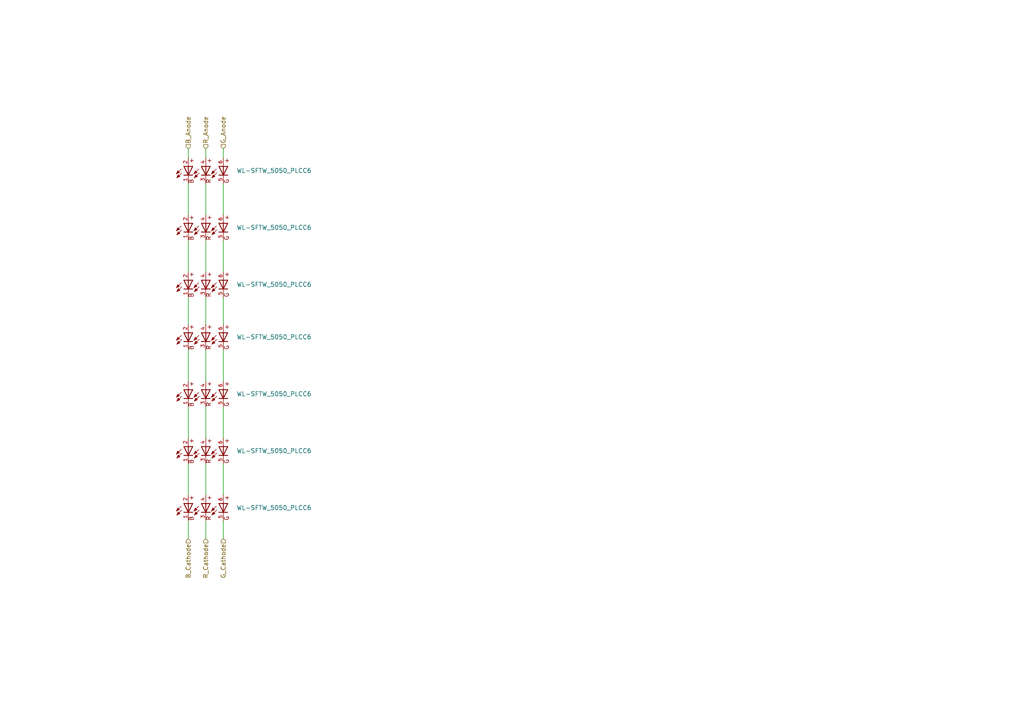
<source format=kicad_sch>
(kicad_sch (version 20250114) (generator "eeschema") (generator_version "9.0")
  (paper "A4")
  (lib_symbols
    (symbol "WL-SFTW_5050_PLCC6:WL-SFTW_5050_PLCC6" (pin_names (offset 1.016))
      (property "Reference" "D" (at 1.012 9.322 0))
      (property "Value" "WL-SFTW_5050_PLCC6" (at -1.216 -8.392 0))
      (symbol "WL-SFTW_5050_PLCC6_0_0"
        (polyline (pts (xy -0.762 8.382) (xy 0.127 8.001) (xy -0.381 7.493) (xy -0.762 8.382)) (stroke (width 0.1524)) (fill (type outline)))
        (polyline (pts (xy -0.762 3.302) (xy 0.127 2.921) (xy -0.381 2.413) (xy -0.762 3.302)) (stroke (width 0.1524)) (fill (type outline)))
        (polyline (pts (xy -0.762 -1.778) (xy 0.127 -2.159) (xy -0.381 -2.667) (xy -0.762 -1.778)) (stroke (width 0.1524)) (fill (type outline)))
        (polyline (pts (xy 0 5.08) (xy 0 6.35)) (stroke (width 0.254)))
        (polyline (pts (xy 0 5.08) (xy 2.54 6.35)) (stroke (width 0.254)))
        (polyline (pts (xy 0 3.81) (xy 0 5.08)) (stroke (width 0.254)))
        (polyline (pts (xy 0 0) (xy 0 1.27)) (stroke (width 0.254)))
        (polyline (pts (xy 0 0) (xy 2.54 1.27)) (stroke (width 0.254)))
        (polyline (pts (xy 0 -1.27) (xy 0 0)) (stroke (width 0.254)))
        (polyline (pts (xy 0 -5.08) (xy 0 -3.81)) (stroke (width 0.254)))
        (polyline (pts (xy 0 -5.08) (xy 2.54 -3.81)) (stroke (width 0.254)))
        (polyline (pts (xy 0 -6.35) (xy 0 -5.08)) (stroke (width 0.254)))
        (polyline (pts (xy 0.381 8.509) (xy 1.27 8.128) (xy 0.762 7.62) (xy 0.381 8.509)) (stroke (width 0.1524)) (fill (type outline)))
        (polyline (pts (xy 0.381 3.429) (xy 1.27 3.048) (xy 0.762 2.54) (xy 0.381 3.429)) (stroke (width 0.1524)) (fill (type outline)))
        (polyline (pts (xy 0.381 -1.651) (xy 1.27 -2.032) (xy 0.762 -2.54) (xy 0.381 -1.651)) (stroke (width 0.1524)) (fill (type outline)))
        (polyline (pts (xy 0.635 6.985) (xy -0.762 8.382)) (stroke (width 0.1524)))
        (polyline (pts (xy 0.635 1.905) (xy -0.762 3.302)) (stroke (width 0.1524)))
        (polyline (pts (xy 0.635 -3.175) (xy -0.762 -1.778)) (stroke (width 0.1524)))
        (polyline (pts (xy 1.778 7.112) (xy 0.381 8.509)) (stroke (width 0.1524)))
        (polyline (pts (xy 1.778 2.032) (xy 0.381 3.429)) (stroke (width 0.1524)))
        (polyline (pts (xy 1.778 -3.048) (xy 0.381 -1.651)) (stroke (width 0.1524)))
        (polyline (pts (xy 2.54 5.08) (xy 0 5.08)) (stroke (width 0.254)))
        (polyline (pts (xy 2.54 5.08) (xy 2.54 6.35)) (stroke (width 0.254)))
        (polyline (pts (xy 2.54 3.81) (xy 0 5.08)) (stroke (width 0.254)))
        (polyline (pts (xy 2.54 3.81) (xy 2.54 5.08)) (stroke (width 0.254)))
        (polyline (pts (xy 2.54 0) (xy 0 0)) (stroke (width 0.254)))
        (polyline (pts (xy 2.54 0) (xy 2.54 1.27)) (stroke (width 0.254)))
        (polyline (pts (xy 2.54 -1.27) (xy 0 0)) (stroke (width 0.254)))
        (polyline (pts (xy 2.54 -1.27) (xy 2.54 0)) (stroke (width 0.254)))
        (polyline (pts (xy 2.54 -5.08) (xy 0 -5.08)) (stroke (width 0.254)))
        (polyline (pts (xy 2.54 -5.08) (xy 2.54 -3.81)) (stroke (width 0.254)))
        (polyline (pts (xy 2.54 -6.35) (xy 0 -5.08)) (stroke (width 0.254)))
        (polyline (pts (xy 2.54 -6.35) (xy 2.54 -5.08)) (stroke (width 0.254)))
        (text "B" (at -2.51 3.472 0) (effects (font (size 1.27 1.27)) (justify left bottom)))
        (text "R" (at -2.45 -1.598 0) (effects (font (size 1.27 1.27)) (justify left bottom)))
        (text "G" (at -2.45 -6.768 0) (effects (font (size 1.27 1.27)) (justify left bottom)))
        (text "+" (at 3.334 3.434 0) (effects (font (size 1.27 1.27)) (justify left bottom)))
        (text "+" (at 3.334 -1.726 0) (effects (font (size 1.27 1.27)) (justify left bottom)))
        (text "+" (at 3.334 -6.826 0) (effects (font (size 1.27 1.27)) (justify left bottom)))
        (pin passive line (at -2.54 5.08 0) (length 2.54) (name "~") (number "1"))
        (pin passive line (at -2.54 0 0) (length 2.54) (name "~") (number "3"))
        (pin passive line (at -2.54 -5.08 0) (length 2.54) (name "~") (number "5"))
        (pin passive line (at 5.08 5.08 180) (length 2.54) (name "~") (number "2"))
        (pin passive line (at 5.08 0 180) (length 2.54) (name "~") (number "4"))
        (pin passive line (at 5.08 -5.08 180) (length 2.54) (name "~") (number "6"))
      )
    )
  )
  (wire (pts (xy 64.77 156.21) (xy 64.77 151.13)))
  (wire (pts (xy 59.69 86.36) (xy 59.69 93.98)))
  (wire (pts (xy 64.77 101.6) (xy 64.77 110.49)))
  (wire (pts (xy 54.61 53.34) (xy 54.61 62.23)))
  (wire (pts (xy 64.77 53.34) (xy 64.77 62.23)))
  (wire (pts (xy 64.77 69.85) (xy 64.77 78.74)))
  (wire (pts (xy 64.77 118.11) (xy 64.77 127)))
  (wire (pts (xy 64.77 134.62) (xy 64.77 143.51)))
  (wire (pts (xy 54.61 134.62) (xy 54.61 143.51)))
  (wire (pts (xy 54.61 118.11) (xy 54.61 127)))
  (wire (pts (xy 59.69 101.6) (xy 59.69 110.49)))
  (wire (pts (xy 64.77 86.36) (xy 64.77 93.98)))
  (wire (pts (xy 59.69 134.62) (xy 59.69 143.51)))
  (wire (pts (xy 59.69 69.85) (xy 59.69 78.74)))
  (wire (pts (xy 54.61 86.36) (xy 54.61 93.98)))
  (wire (pts (xy 54.61 69.85) (xy 54.61 78.74)))
  (wire (pts (xy 54.61 156.21) (xy 54.61 151.13)))
  (wire (pts (xy 59.69 156.21) (xy 59.69 151.13)))
  (wire (pts (xy 59.69 118.11) (xy 59.69 127)))
  (wire (pts (xy 54.61 43.18) (xy 54.61 45.72)))
  (wire (pts (xy 64.77 43.18) (xy 64.77 45.72)))
  (wire (pts (xy 54.61 101.6) (xy 54.61 110.49)))
  (wire (pts (xy 59.69 53.34) (xy 59.69 62.23)))
  (wire (pts (xy 59.69 43.18) (xy 59.69 45.72)))
  (hierarchical_label "G_Anode" (shape input) (at 64.77 43.18 90))
  (hierarchical_label "R_Cathode" (shape input) (at 59.69 156.21 270))
  (hierarchical_label "G_Cathode" (shape input) (at 64.77 156.21 270))
  (hierarchical_label "B_Anode" (shape input) (at 54.61 43.18 90))
  (hierarchical_label "R_Anode" (shape input) (at 59.69 43.18 90))
  (hierarchical_label "B_Cathode" (shape input) (at 54.61 156.21 270))
  (symbol (lib_id "WL-SFTW_5050_PLCC6:WL-SFTW_5050_PLCC6") (at 59.69 148.59 90) (unit 1)
    (property "Reference" "D7" (effects (hide yes)))
    (property "Value" "WL-SFTW_5050_PLCC6" (at 68.58 147.2805 90) (effects (justify right)))
    (property "Footprint" "WL-SFTW_5050_PLCC6:WL-SFTW_5050_PLCC6" (effects (hide yes)))
    (property "MF" "Würth Elektronik" (effects (hide yes)))
    (property "Description_1" "Red, Green, Blue (RGB) 625nm Red, 520nm Green, 470nm Blue LED Indication - Discrete 2V Red, 3.2V Green, 3.2V Blue 6-SMD, J-Lead" (effects (hide yes)))
    (property "Package" "SMD-6 Würth Elektronik" (effects (hide yes)))
    (property "Price" "None" (effects (hide yes)))
    (property "SnapEDA_Link" "https://www.snapeda.com/parts/150505M173300/W%25C3%25BCrth+Elektronik+Midcom/view-part/?ref=snap" (effects (hide yes)))
    (property "MP" "150505M173300" (effects (hide yes)))
    (property "Availability" "In Stock" (effects (hide yes)))
    (property "Check_prices" "https://www.snapeda.com/parts/150505M173300/W%25C3%25BCrth+Elektronik+Midcom/view-part/?ref=eda" (effects (hide yes)))
    (instances (project "Projet_elec" (path "" (reference "D35") (unit 1)) (path "" (reference "D7") (unit 1)) (path "" (reference "D14") (unit 1)) (path "" (reference "D42") (unit 1)) (path "" (reference "D28") (unit 1)) (path "" (reference "D21") (unit 1)) (path "" (reference "D49") (unit 1)) (path "" (reference "D84") (unit 1)) (path "" (reference "D70") (unit 1)) (path "" (reference "D77") (unit 1)) (path "" (reference "D56") (unit 1)) (path "" (reference "D91") (unit 1)) (path "" (reference "D98") (unit 1)) (path "" (reference "D63") (unit 1))))
  )
  (symbol (lib_id "WL-SFTW_5050_PLCC6:WL-SFTW_5050_PLCC6") (at 59.69 115.57 90) (unit 1)
    (property "Reference" "D5" (effects (hide yes)))
    (property "Value" "WL-SFTW_5050_PLCC6" (at 68.58 114.2605 90) (effects (justify right)))
    (property "Footprint" "WL-SFTW_5050_PLCC6:WL-SFTW_5050_PLCC6" (effects (hide yes)))
    (property "MF" "Würth Elektronik" (effects (hide yes)))
    (property "Description_1" "Red, Green, Blue (RGB) 625nm Red, 520nm Green, 470nm Blue LED Indication - Discrete 2V Red, 3.2V Green, 3.2V Blue 6-SMD, J-Lead" (effects (hide yes)))
    (property "Package" "SMD-6 Würth Elektronik" (effects (hide yes)))
    (property "Price" "None" (effects (hide yes)))
    (property "SnapEDA_Link" "https://www.snapeda.com/parts/150505M173300/W%25C3%25BCrth+Elektronik+Midcom/view-part/?ref=snap" (effects (hide yes)))
    (property "MP" "150505M173300" (effects (hide yes)))
    (property "Availability" "In Stock" (effects (hide yes)))
    (property "Check_prices" "https://www.snapeda.com/parts/150505M173300/W%25C3%25BCrth+Elektronik+Midcom/view-part/?ref=eda" (effects (hide yes)))
    (instances (project "Projet_elec" (path "" (reference "D33") (unit 1)) (path "" (reference "D5") (unit 1)) (path "" (reference "D12") (unit 1)) (path "" (reference "D40") (unit 1)) (path "" (reference "D26") (unit 1)) (path "" (reference "D19") (unit 1)) (path "" (reference "D47") (unit 1)) (path "" (reference "D82") (unit 1)) (path "" (reference "D68") (unit 1)) (path "" (reference "D75") (unit 1)) (path "" (reference "D54") (unit 1)) (path "" (reference "D89") (unit 1)) (path "" (reference "D96") (unit 1)) (path "" (reference "D61") (unit 1))))
  )
  (symbol (lib_id "WL-SFTW_5050_PLCC6:WL-SFTW_5050_PLCC6") (at 59.69 67.31 90) (unit 1)
    (property "Reference" "D2" (effects (hide yes)))
    (property "Value" "WL-SFTW_5050_PLCC6" (at 68.58 66.0005 90) (effects (justify right)))
    (property "Footprint" "WL-SFTW_5050_PLCC6:WL-SFTW_5050_PLCC6" (effects (hide yes)))
    (property "MF" "Würth Elektronik" (effects (hide yes)))
    (property "Description_1" "Red, Green, Blue (RGB) 625nm Red, 520nm Green, 470nm Blue LED Indication - Discrete 2V Red, 3.2V Green, 3.2V Blue 6-SMD, J-Lead" (effects (hide yes)))
    (property "Package" "SMD-6 Würth Elektronik" (effects (hide yes)))
    (property "Price" "None" (effects (hide yes)))
    (property "SnapEDA_Link" "https://www.snapeda.com/parts/150505M173300/W%25C3%25BCrth+Elektronik+Midcom/view-part/?ref=snap" (effects (hide yes)))
    (property "MP" "150505M173300" (effects (hide yes)))
    (property "Availability" "In Stock" (effects (hide yes)))
    (property "Check_prices" "https://www.snapeda.com/parts/150505M173300/W%25C3%25BCrth+Elektronik+Midcom/view-part/?ref=eda" (effects (hide yes)))
    (instances (project "Projet_elec" (path "" (reference "D30") (unit 1)) (path "" (reference "D2") (unit 1)) (path "" (reference "D9") (unit 1)) (path "" (reference "D37") (unit 1)) (path "" (reference "D23") (unit 1)) (path "" (reference "D16") (unit 1)) (path "" (reference "D44") (unit 1)) (path "" (reference "D79") (unit 1)) (path "" (reference "D65") (unit 1)) (path "" (reference "D72") (unit 1)) (path "" (reference "D51") (unit 1)) (path "" (reference "D86") (unit 1)) (path "" (reference "D93") (unit 1)) (path "" (reference "D58") (unit 1))))
  )
  (symbol (lib_id "WL-SFTW_5050_PLCC6:WL-SFTW_5050_PLCC6") (at 59.69 83.82 90) (unit 1)
    (property "Reference" "D3" (effects (hide yes)))
    (property "Value" "WL-SFTW_5050_PLCC6" (at 68.58 82.5105 90) (effects (justify right)))
    (property "Footprint" "WL-SFTW_5050_PLCC6:WL-SFTW_5050_PLCC6" (effects (hide yes)))
    (property "MF" "Würth Elektronik" (effects (hide yes)))
    (property "Description_1" "Red, Green, Blue (RGB) 625nm Red, 520nm Green, 470nm Blue LED Indication - Discrete 2V Red, 3.2V Green, 3.2V Blue 6-SMD, J-Lead" (effects (hide yes)))
    (property "Package" "SMD-6 Würth Elektronik" (effects (hide yes)))
    (property "Price" "None" (effects (hide yes)))
    (property "SnapEDA_Link" "https://www.snapeda.com/parts/150505M173300/W%25C3%25BCrth+Elektronik+Midcom/view-part/?ref=snap" (effects (hide yes)))
    (property "MP" "150505M173300" (effects (hide yes)))
    (property "Availability" "In Stock" (effects (hide yes)))
    (property "Check_prices" "https://www.snapeda.com/parts/150505M173300/W%25C3%25BCrth+Elektronik+Midcom/view-part/?ref=eda" (effects (hide yes)))
    (instances (project "Projet_elec" (path "" (reference "D31") (unit 1)) (path "" (reference "D3") (unit 1)) (path "" (reference "D10") (unit 1)) (path "" (reference "D38") (unit 1)) (path "" (reference "D24") (unit 1)) (path "" (reference "D17") (unit 1)) (path "" (reference "D45") (unit 1)) (path "" (reference "D80") (unit 1)) (path "" (reference "D66") (unit 1)) (path "" (reference "D73") (unit 1)) (path "" (reference "D52") (unit 1)) (path "" (reference "D87") (unit 1)) (path "" (reference "D94") (unit 1)) (path "" (reference "D59") (unit 1))))
  )
  (symbol (lib_id "WL-SFTW_5050_PLCC6:WL-SFTW_5050_PLCC6") (at 59.69 50.8 90) (unit 1)
    (property "Reference" "D1" (effects (hide yes)))
    (property "Value" "WL-SFTW_5050_PLCC6" (at 68.58 49.4905 90) (effects (justify right)))
    (property "Footprint" "WL-SFTW_5050_PLCC6:WL-SFTW_5050_PLCC6" (effects (hide yes)))
    (property "MF" "Würth Elektronik" (effects (hide yes)))
    (property "Description_1" "Red, Green, Blue (RGB) 625nm Red, 520nm Green, 470nm Blue LED Indication - Discrete 2V Red, 3.2V Green, 3.2V Blue 6-SMD, J-Lead" (effects (hide yes)))
    (property "Package" "SMD-6 Würth Elektronik" (effects (hide yes)))
    (property "Price" "None" (effects (hide yes)))
    (property "SnapEDA_Link" "https://www.snapeda.com/parts/150505M173300/W%25C3%25BCrth+Elektronik+Midcom/view-part/?ref=snap" (effects (hide yes)))
    (property "MP" "150505M173300" (effects (hide yes)))
    (property "Availability" "In Stock" (effects (hide yes)))
    (property "Check_prices" "https://www.snapeda.com/parts/150505M173300/W%25C3%25BCrth+Elektronik+Midcom/view-part/?ref=eda" (effects (hide yes)))
    (instances (project "Projet_elec" (path "" (reference "D29") (unit 1)) (path "" (reference "D1") (unit 1)) (path "" (reference "D8") (unit 1)) (path "" (reference "D36") (unit 1)) (path "" (reference "D22") (unit 1)) (path "" (reference "D15") (unit 1)) (path "" (reference "D43") (unit 1)) (path "" (reference "D78") (unit 1)) (path "" (reference "D64") (unit 1)) (path "" (reference "D71") (unit 1)) (path "" (reference "D50") (unit 1)) (path "" (reference "D85") (unit 1)) (path "" (reference "D92") (unit 1)) (path "" (reference "D57") (unit 1))))
  )
  (symbol (lib_id "WL-SFTW_5050_PLCC6:WL-SFTW_5050_PLCC6") (at 59.69 132.08 90) (unit 1)
    (property "Reference" "D6" (effects (hide yes)))
    (property "Value" "WL-SFTW_5050_PLCC6" (at 68.58 130.7705 90) (effects (justify right)))
    (property "Footprint" "WL-SFTW_5050_PLCC6:WL-SFTW_5050_PLCC6" (effects (hide yes)))
    (property "MF" "Würth Elektronik" (effects (hide yes)))
    (property "Description_1" "Red, Green, Blue (RGB) 625nm Red, 520nm Green, 470nm Blue LED Indication - Discrete 2V Red, 3.2V Green, 3.2V Blue 6-SMD, J-Lead" (effects (hide yes)))
    (property "Package" "SMD-6 Würth Elektronik" (effects (hide yes)))
    (property "Price" "None" (effects (hide yes)))
    (property "SnapEDA_Link" "https://www.snapeda.com/parts/150505M173300/W%25C3%25BCrth+Elektronik+Midcom/view-part/?ref=snap" (effects (hide yes)))
    (property "MP" "150505M173300" (effects (hide yes)))
    (property "Availability" "In Stock" (effects (hide yes)))
    (property "Check_prices" "https://www.snapeda.com/parts/150505M173300/W%25C3%25BCrth+Elektronik+Midcom/view-part/?ref=eda" (effects (hide yes)))
    (instances (project "Projet_elec" (path "" (reference "D34") (unit 1)) (path "" (reference "D6") (unit 1)) (path "" (reference "D13") (unit 1)) (path "" (reference "D41") (unit 1)) (path "" (reference "D27") (unit 1)) (path "" (reference "D20") (unit 1)) (path "" (reference "D48") (unit 1)) (path "" (reference "D83") (unit 1)) (path "" (reference "D69") (unit 1)) (path "" (reference "D76") (unit 1)) (path "" (reference "D55") (unit 1)) (path "" (reference "D90") (unit 1)) (path "" (reference "D97") (unit 1)) (path "" (reference "D62") (unit 1))))
  )
  (symbol (lib_id "WL-SFTW_5050_PLCC6:WL-SFTW_5050_PLCC6") (at 59.69 99.06 90) (unit 1)
    (property "Reference" "D4" (effects (hide yes)))
    (property "Value" "WL-SFTW_5050_PLCC6" (at 68.58 97.7505 90) (effects (justify right)))
    (property "Footprint" "WL-SFTW_5050_PLCC6:WL-SFTW_5050_PLCC6" (effects (hide yes)))
    (property "MF" "Würth Elektronik" (effects (hide yes)))
    (property "Description_1" "Red, Green, Blue (RGB) 625nm Red, 520nm Green, 470nm Blue LED Indication - Discrete 2V Red, 3.2V Green, 3.2V Blue 6-SMD, J-Lead" (effects (hide yes)))
    (property "Package" "SMD-6 Würth Elektronik" (effects (hide yes)))
    (property "Price" "None" (effects (hide yes)))
    (property "SnapEDA_Link" "https://www.snapeda.com/parts/150505M173300/W%25C3%25BCrth+Elektronik+Midcom/view-part/?ref=snap" (effects (hide yes)))
    (property "MP" "150505M173300" (effects (hide yes)))
    (property "Availability" "In Stock" (effects (hide yes)))
    (property "Check_prices" "https://www.snapeda.com/parts/150505M173300/W%25C3%25BCrth+Elektronik+Midcom/view-part/?ref=eda" (effects (hide yes)))
    (instances (project "Projet_elec" (path "" (reference "D32") (unit 1)) (path "" (reference "D4") (unit 1)) (path "" (reference "D11") (unit 1)) (path "" (reference "D39") (unit 1)) (path "" (reference "D25") (unit 1)) (path "" (reference "D18") (unit 1)) (path "" (reference "D46") (unit 1)) (path "" (reference "D81") (unit 1)) (path "" (reference "D67") (unit 1)) (path "" (reference "D74") (unit 1)) (path "" (reference "D53") (unit 1)) (path "" (reference "D88") (unit 1)) (path "" (reference "D95") (unit 1)) (path "" (reference "D60") (unit 1))))
  )
)
</source>
